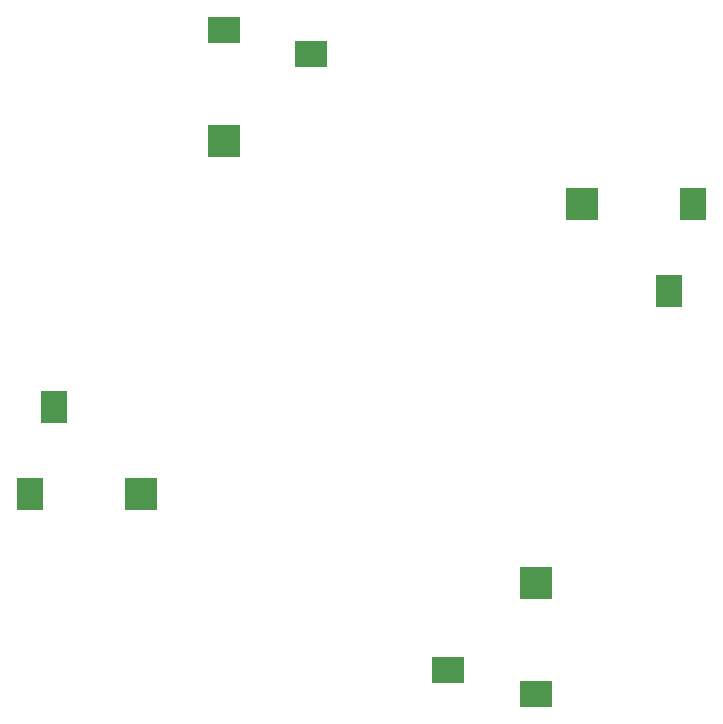
<source format=gtp>
G04 #@! TF.GenerationSoftware,KiCad,Pcbnew,9.0.3*
G04 #@! TF.CreationDate,2025-08-26T19:25:46-07:00*
G04 #@! TF.ProjectId,sdi12_breakout,73646931-325f-4627-9265-616b6f75742e,V1*
G04 #@! TF.SameCoordinates,Original*
G04 #@! TF.FileFunction,Paste,Top*
G04 #@! TF.FilePolarity,Positive*
%FSLAX45Y45*%
G04 Gerber Fmt 4.5, Leading zero omitted, Abs format (unit mm)*
G04 Created by KiCad (PCBNEW 9.0.3) date 2025-08-26 19:25:46*
%MOMM*%
%LPD*%
G01*
G04 APERTURE LIST*
%ADD10R,2.200000X2.800000*%
%ADD11R,2.800000X2.800000*%
%ADD12R,2.800000X2.200000*%
G04 APERTURE END LIST*
D10*
X16880000Y-9150000D03*
X17080000Y-8410000D03*
D11*
X16140000Y-8410000D03*
D10*
X11670000Y-10130000D03*
X11470000Y-10870000D03*
D11*
X12410000Y-10870000D03*
D12*
X15010000Y-12360000D03*
X15750000Y-12560000D03*
D11*
X15750000Y-11620000D03*
D12*
X13850000Y-7140000D03*
X13110000Y-6940000D03*
D11*
X13110000Y-7880000D03*
M02*

</source>
